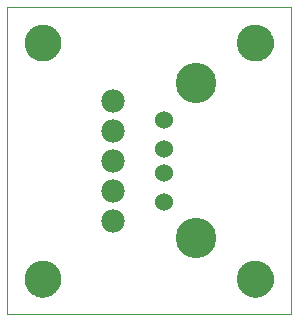
<source format=gbs>
G75*
G70*
%OFA0B0*%
%FSLAX24Y24*%
%IPPOS*%
%LPD*%
%AMOC8*
5,1,8,0,0,1.08239X$1,22.5*
%
%ADD10C,0.0000*%
%ADD11C,0.1221*%
%ADD12C,0.0780*%
%ADD13C,0.0600*%
%ADD14C,0.1350*%
D10*
X005590Y003256D02*
X005590Y013492D01*
X015039Y013492D01*
X015039Y003256D01*
X005590Y003256D01*
X006180Y004437D02*
X006182Y004485D01*
X006188Y004533D01*
X006198Y004580D01*
X006211Y004626D01*
X006229Y004671D01*
X006249Y004715D01*
X006274Y004757D01*
X006302Y004796D01*
X006332Y004833D01*
X006366Y004867D01*
X006403Y004899D01*
X006441Y004928D01*
X006482Y004953D01*
X006525Y004975D01*
X006570Y004993D01*
X006616Y005007D01*
X006663Y005018D01*
X006711Y005025D01*
X006759Y005028D01*
X006807Y005027D01*
X006855Y005022D01*
X006903Y005013D01*
X006949Y005001D01*
X006994Y004984D01*
X007038Y004964D01*
X007080Y004941D01*
X007120Y004914D01*
X007158Y004884D01*
X007193Y004851D01*
X007225Y004815D01*
X007255Y004777D01*
X007281Y004736D01*
X007303Y004693D01*
X007323Y004649D01*
X007338Y004604D01*
X007350Y004557D01*
X007358Y004509D01*
X007362Y004461D01*
X007362Y004413D01*
X007358Y004365D01*
X007350Y004317D01*
X007338Y004270D01*
X007323Y004225D01*
X007303Y004181D01*
X007281Y004138D01*
X007255Y004097D01*
X007225Y004059D01*
X007193Y004023D01*
X007158Y003990D01*
X007120Y003960D01*
X007080Y003933D01*
X007038Y003910D01*
X006994Y003890D01*
X006949Y003873D01*
X006903Y003861D01*
X006855Y003852D01*
X006807Y003847D01*
X006759Y003846D01*
X006711Y003849D01*
X006663Y003856D01*
X006616Y003867D01*
X006570Y003881D01*
X006525Y003899D01*
X006482Y003921D01*
X006441Y003946D01*
X006403Y003975D01*
X006366Y004007D01*
X006332Y004041D01*
X006302Y004078D01*
X006274Y004117D01*
X006249Y004159D01*
X006229Y004203D01*
X006211Y004248D01*
X006198Y004294D01*
X006188Y004341D01*
X006182Y004389D01*
X006180Y004437D01*
X013267Y004437D02*
X013269Y004485D01*
X013275Y004533D01*
X013285Y004580D01*
X013298Y004626D01*
X013316Y004671D01*
X013336Y004715D01*
X013361Y004757D01*
X013389Y004796D01*
X013419Y004833D01*
X013453Y004867D01*
X013490Y004899D01*
X013528Y004928D01*
X013569Y004953D01*
X013612Y004975D01*
X013657Y004993D01*
X013703Y005007D01*
X013750Y005018D01*
X013798Y005025D01*
X013846Y005028D01*
X013894Y005027D01*
X013942Y005022D01*
X013990Y005013D01*
X014036Y005001D01*
X014081Y004984D01*
X014125Y004964D01*
X014167Y004941D01*
X014207Y004914D01*
X014245Y004884D01*
X014280Y004851D01*
X014312Y004815D01*
X014342Y004777D01*
X014368Y004736D01*
X014390Y004693D01*
X014410Y004649D01*
X014425Y004604D01*
X014437Y004557D01*
X014445Y004509D01*
X014449Y004461D01*
X014449Y004413D01*
X014445Y004365D01*
X014437Y004317D01*
X014425Y004270D01*
X014410Y004225D01*
X014390Y004181D01*
X014368Y004138D01*
X014342Y004097D01*
X014312Y004059D01*
X014280Y004023D01*
X014245Y003990D01*
X014207Y003960D01*
X014167Y003933D01*
X014125Y003910D01*
X014081Y003890D01*
X014036Y003873D01*
X013990Y003861D01*
X013942Y003852D01*
X013894Y003847D01*
X013846Y003846D01*
X013798Y003849D01*
X013750Y003856D01*
X013703Y003867D01*
X013657Y003881D01*
X013612Y003899D01*
X013569Y003921D01*
X013528Y003946D01*
X013490Y003975D01*
X013453Y004007D01*
X013419Y004041D01*
X013389Y004078D01*
X013361Y004117D01*
X013336Y004159D01*
X013316Y004203D01*
X013298Y004248D01*
X013285Y004294D01*
X013275Y004341D01*
X013269Y004389D01*
X013267Y004437D01*
X013267Y012311D02*
X013269Y012359D01*
X013275Y012407D01*
X013285Y012454D01*
X013298Y012500D01*
X013316Y012545D01*
X013336Y012589D01*
X013361Y012631D01*
X013389Y012670D01*
X013419Y012707D01*
X013453Y012741D01*
X013490Y012773D01*
X013528Y012802D01*
X013569Y012827D01*
X013612Y012849D01*
X013657Y012867D01*
X013703Y012881D01*
X013750Y012892D01*
X013798Y012899D01*
X013846Y012902D01*
X013894Y012901D01*
X013942Y012896D01*
X013990Y012887D01*
X014036Y012875D01*
X014081Y012858D01*
X014125Y012838D01*
X014167Y012815D01*
X014207Y012788D01*
X014245Y012758D01*
X014280Y012725D01*
X014312Y012689D01*
X014342Y012651D01*
X014368Y012610D01*
X014390Y012567D01*
X014410Y012523D01*
X014425Y012478D01*
X014437Y012431D01*
X014445Y012383D01*
X014449Y012335D01*
X014449Y012287D01*
X014445Y012239D01*
X014437Y012191D01*
X014425Y012144D01*
X014410Y012099D01*
X014390Y012055D01*
X014368Y012012D01*
X014342Y011971D01*
X014312Y011933D01*
X014280Y011897D01*
X014245Y011864D01*
X014207Y011834D01*
X014167Y011807D01*
X014125Y011784D01*
X014081Y011764D01*
X014036Y011747D01*
X013990Y011735D01*
X013942Y011726D01*
X013894Y011721D01*
X013846Y011720D01*
X013798Y011723D01*
X013750Y011730D01*
X013703Y011741D01*
X013657Y011755D01*
X013612Y011773D01*
X013569Y011795D01*
X013528Y011820D01*
X013490Y011849D01*
X013453Y011881D01*
X013419Y011915D01*
X013389Y011952D01*
X013361Y011991D01*
X013336Y012033D01*
X013316Y012077D01*
X013298Y012122D01*
X013285Y012168D01*
X013275Y012215D01*
X013269Y012263D01*
X013267Y012311D01*
X006180Y012311D02*
X006182Y012359D01*
X006188Y012407D01*
X006198Y012454D01*
X006211Y012500D01*
X006229Y012545D01*
X006249Y012589D01*
X006274Y012631D01*
X006302Y012670D01*
X006332Y012707D01*
X006366Y012741D01*
X006403Y012773D01*
X006441Y012802D01*
X006482Y012827D01*
X006525Y012849D01*
X006570Y012867D01*
X006616Y012881D01*
X006663Y012892D01*
X006711Y012899D01*
X006759Y012902D01*
X006807Y012901D01*
X006855Y012896D01*
X006903Y012887D01*
X006949Y012875D01*
X006994Y012858D01*
X007038Y012838D01*
X007080Y012815D01*
X007120Y012788D01*
X007158Y012758D01*
X007193Y012725D01*
X007225Y012689D01*
X007255Y012651D01*
X007281Y012610D01*
X007303Y012567D01*
X007323Y012523D01*
X007338Y012478D01*
X007350Y012431D01*
X007358Y012383D01*
X007362Y012335D01*
X007362Y012287D01*
X007358Y012239D01*
X007350Y012191D01*
X007338Y012144D01*
X007323Y012099D01*
X007303Y012055D01*
X007281Y012012D01*
X007255Y011971D01*
X007225Y011933D01*
X007193Y011897D01*
X007158Y011864D01*
X007120Y011834D01*
X007080Y011807D01*
X007038Y011784D01*
X006994Y011764D01*
X006949Y011747D01*
X006903Y011735D01*
X006855Y011726D01*
X006807Y011721D01*
X006759Y011720D01*
X006711Y011723D01*
X006663Y011730D01*
X006616Y011741D01*
X006570Y011755D01*
X006525Y011773D01*
X006482Y011795D01*
X006441Y011820D01*
X006403Y011849D01*
X006366Y011881D01*
X006332Y011915D01*
X006302Y011952D01*
X006274Y011991D01*
X006249Y012033D01*
X006229Y012077D01*
X006211Y012122D01*
X006198Y012168D01*
X006188Y012215D01*
X006182Y012263D01*
X006180Y012311D01*
D11*
X006771Y012311D03*
X013858Y012311D03*
X013858Y004437D03*
X006771Y004437D03*
D12*
X009134Y006374D03*
X009134Y007374D03*
X009134Y008374D03*
X009134Y009374D03*
X009134Y010374D03*
D13*
X010819Y009749D03*
X010819Y008769D03*
X010819Y007979D03*
X010819Y006999D03*
D14*
X011889Y005789D03*
X011889Y010959D03*
M02*

</source>
